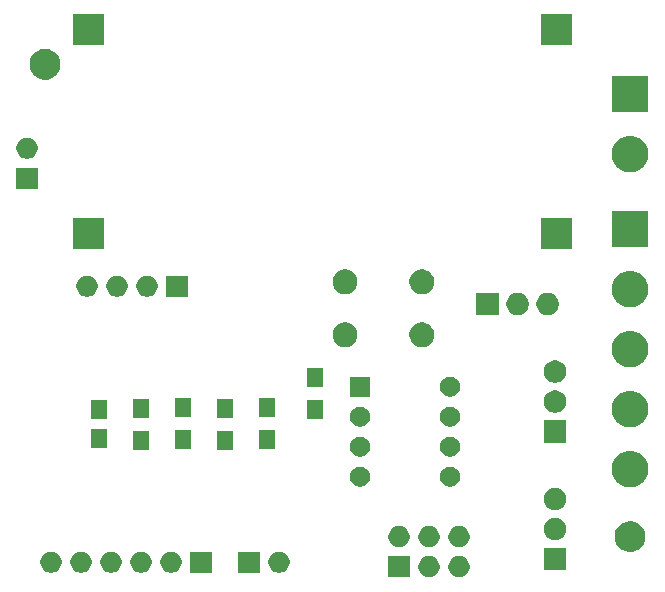
<source format=gbs>
G04 #@! TF.GenerationSoftware,KiCad,Pcbnew,(5.1.5)-3*
G04 #@! TF.CreationDate,2020-04-09T15:05:06+03:00*
G04 #@! TF.ProjectId,DCDimmer,44434469-6d6d-4657-922e-6b696361645f,rev?*
G04 #@! TF.SameCoordinates,Original*
G04 #@! TF.FileFunction,Soldermask,Bot*
G04 #@! TF.FilePolarity,Negative*
%FSLAX46Y46*%
G04 Gerber Fmt 4.6, Leading zero omitted, Abs format (unit mm)*
G04 Created by KiCad (PCBNEW (5.1.5)-3) date 2020-04-09 15:05:06*
%MOMM*%
%LPD*%
G04 APERTURE LIST*
%ADD10C,0.100000*%
G04 APERTURE END LIST*
D10*
G36*
X137553000Y-119646000D02*
G01*
X135751000Y-119646000D01*
X135751000Y-117844000D01*
X137553000Y-117844000D01*
X137553000Y-119646000D01*
G37*
G36*
X139305512Y-117848927D02*
G01*
X139454812Y-117878624D01*
X139618784Y-117946544D01*
X139766354Y-118045147D01*
X139891853Y-118170646D01*
X139990456Y-118318216D01*
X140058376Y-118482188D01*
X140093000Y-118656259D01*
X140093000Y-118833741D01*
X140058376Y-119007812D01*
X139990456Y-119171784D01*
X139891853Y-119319354D01*
X139766354Y-119444853D01*
X139618784Y-119543456D01*
X139454812Y-119611376D01*
X139305512Y-119641073D01*
X139280742Y-119646000D01*
X139103258Y-119646000D01*
X139078488Y-119641073D01*
X138929188Y-119611376D01*
X138765216Y-119543456D01*
X138617646Y-119444853D01*
X138492147Y-119319354D01*
X138393544Y-119171784D01*
X138325624Y-119007812D01*
X138291000Y-118833741D01*
X138291000Y-118656259D01*
X138325624Y-118482188D01*
X138393544Y-118318216D01*
X138492147Y-118170646D01*
X138617646Y-118045147D01*
X138765216Y-117946544D01*
X138929188Y-117878624D01*
X139078488Y-117848927D01*
X139103258Y-117844000D01*
X139280742Y-117844000D01*
X139305512Y-117848927D01*
G37*
G36*
X141845512Y-117848927D02*
G01*
X141994812Y-117878624D01*
X142158784Y-117946544D01*
X142306354Y-118045147D01*
X142431853Y-118170646D01*
X142530456Y-118318216D01*
X142598376Y-118482188D01*
X142633000Y-118656259D01*
X142633000Y-118833741D01*
X142598376Y-119007812D01*
X142530456Y-119171784D01*
X142431853Y-119319354D01*
X142306354Y-119444853D01*
X142158784Y-119543456D01*
X141994812Y-119611376D01*
X141845512Y-119641073D01*
X141820742Y-119646000D01*
X141643258Y-119646000D01*
X141618488Y-119641073D01*
X141469188Y-119611376D01*
X141305216Y-119543456D01*
X141157646Y-119444853D01*
X141032147Y-119319354D01*
X140933544Y-119171784D01*
X140865624Y-119007812D01*
X140831000Y-118833741D01*
X140831000Y-118656259D01*
X140865624Y-118482188D01*
X140933544Y-118318216D01*
X141032147Y-118170646D01*
X141157646Y-118045147D01*
X141305216Y-117946544D01*
X141469188Y-117878624D01*
X141618488Y-117848927D01*
X141643258Y-117844000D01*
X141820742Y-117844000D01*
X141845512Y-117848927D01*
G37*
G36*
X126605512Y-117467927D02*
G01*
X126754812Y-117497624D01*
X126918784Y-117565544D01*
X127066354Y-117664147D01*
X127191853Y-117789646D01*
X127290456Y-117937216D01*
X127358376Y-118101188D01*
X127393000Y-118275259D01*
X127393000Y-118452741D01*
X127358376Y-118626812D01*
X127290456Y-118790784D01*
X127191853Y-118938354D01*
X127066354Y-119063853D01*
X126918784Y-119162456D01*
X126754812Y-119230376D01*
X126605512Y-119260073D01*
X126580742Y-119265000D01*
X126403258Y-119265000D01*
X126378488Y-119260073D01*
X126229188Y-119230376D01*
X126065216Y-119162456D01*
X125917646Y-119063853D01*
X125792147Y-118938354D01*
X125693544Y-118790784D01*
X125625624Y-118626812D01*
X125591000Y-118452741D01*
X125591000Y-118275259D01*
X125625624Y-118101188D01*
X125693544Y-117937216D01*
X125792147Y-117789646D01*
X125917646Y-117664147D01*
X126065216Y-117565544D01*
X126229188Y-117497624D01*
X126378488Y-117467927D01*
X126403258Y-117463000D01*
X126580742Y-117463000D01*
X126605512Y-117467927D01*
G37*
G36*
X124853000Y-119265000D02*
G01*
X123051000Y-119265000D01*
X123051000Y-117463000D01*
X124853000Y-117463000D01*
X124853000Y-119265000D01*
G37*
G36*
X107301512Y-117467927D02*
G01*
X107450812Y-117497624D01*
X107614784Y-117565544D01*
X107762354Y-117664147D01*
X107887853Y-117789646D01*
X107986456Y-117937216D01*
X108054376Y-118101188D01*
X108089000Y-118275259D01*
X108089000Y-118452741D01*
X108054376Y-118626812D01*
X107986456Y-118790784D01*
X107887853Y-118938354D01*
X107762354Y-119063853D01*
X107614784Y-119162456D01*
X107450812Y-119230376D01*
X107301512Y-119260073D01*
X107276742Y-119265000D01*
X107099258Y-119265000D01*
X107074488Y-119260073D01*
X106925188Y-119230376D01*
X106761216Y-119162456D01*
X106613646Y-119063853D01*
X106488147Y-118938354D01*
X106389544Y-118790784D01*
X106321624Y-118626812D01*
X106287000Y-118452741D01*
X106287000Y-118275259D01*
X106321624Y-118101188D01*
X106389544Y-117937216D01*
X106488147Y-117789646D01*
X106613646Y-117664147D01*
X106761216Y-117565544D01*
X106925188Y-117497624D01*
X107074488Y-117467927D01*
X107099258Y-117463000D01*
X107276742Y-117463000D01*
X107301512Y-117467927D01*
G37*
G36*
X109841512Y-117467927D02*
G01*
X109990812Y-117497624D01*
X110154784Y-117565544D01*
X110302354Y-117664147D01*
X110427853Y-117789646D01*
X110526456Y-117937216D01*
X110594376Y-118101188D01*
X110629000Y-118275259D01*
X110629000Y-118452741D01*
X110594376Y-118626812D01*
X110526456Y-118790784D01*
X110427853Y-118938354D01*
X110302354Y-119063853D01*
X110154784Y-119162456D01*
X109990812Y-119230376D01*
X109841512Y-119260073D01*
X109816742Y-119265000D01*
X109639258Y-119265000D01*
X109614488Y-119260073D01*
X109465188Y-119230376D01*
X109301216Y-119162456D01*
X109153646Y-119063853D01*
X109028147Y-118938354D01*
X108929544Y-118790784D01*
X108861624Y-118626812D01*
X108827000Y-118452741D01*
X108827000Y-118275259D01*
X108861624Y-118101188D01*
X108929544Y-117937216D01*
X109028147Y-117789646D01*
X109153646Y-117664147D01*
X109301216Y-117565544D01*
X109465188Y-117497624D01*
X109614488Y-117467927D01*
X109639258Y-117463000D01*
X109816742Y-117463000D01*
X109841512Y-117467927D01*
G37*
G36*
X112381512Y-117467927D02*
G01*
X112530812Y-117497624D01*
X112694784Y-117565544D01*
X112842354Y-117664147D01*
X112967853Y-117789646D01*
X113066456Y-117937216D01*
X113134376Y-118101188D01*
X113169000Y-118275259D01*
X113169000Y-118452741D01*
X113134376Y-118626812D01*
X113066456Y-118790784D01*
X112967853Y-118938354D01*
X112842354Y-119063853D01*
X112694784Y-119162456D01*
X112530812Y-119230376D01*
X112381512Y-119260073D01*
X112356742Y-119265000D01*
X112179258Y-119265000D01*
X112154488Y-119260073D01*
X112005188Y-119230376D01*
X111841216Y-119162456D01*
X111693646Y-119063853D01*
X111568147Y-118938354D01*
X111469544Y-118790784D01*
X111401624Y-118626812D01*
X111367000Y-118452741D01*
X111367000Y-118275259D01*
X111401624Y-118101188D01*
X111469544Y-117937216D01*
X111568147Y-117789646D01*
X111693646Y-117664147D01*
X111841216Y-117565544D01*
X112005188Y-117497624D01*
X112154488Y-117467927D01*
X112179258Y-117463000D01*
X112356742Y-117463000D01*
X112381512Y-117467927D01*
G37*
G36*
X114921512Y-117467927D02*
G01*
X115070812Y-117497624D01*
X115234784Y-117565544D01*
X115382354Y-117664147D01*
X115507853Y-117789646D01*
X115606456Y-117937216D01*
X115674376Y-118101188D01*
X115709000Y-118275259D01*
X115709000Y-118452741D01*
X115674376Y-118626812D01*
X115606456Y-118790784D01*
X115507853Y-118938354D01*
X115382354Y-119063853D01*
X115234784Y-119162456D01*
X115070812Y-119230376D01*
X114921512Y-119260073D01*
X114896742Y-119265000D01*
X114719258Y-119265000D01*
X114694488Y-119260073D01*
X114545188Y-119230376D01*
X114381216Y-119162456D01*
X114233646Y-119063853D01*
X114108147Y-118938354D01*
X114009544Y-118790784D01*
X113941624Y-118626812D01*
X113907000Y-118452741D01*
X113907000Y-118275259D01*
X113941624Y-118101188D01*
X114009544Y-117937216D01*
X114108147Y-117789646D01*
X114233646Y-117664147D01*
X114381216Y-117565544D01*
X114545188Y-117497624D01*
X114694488Y-117467927D01*
X114719258Y-117463000D01*
X114896742Y-117463000D01*
X114921512Y-117467927D01*
G37*
G36*
X117461512Y-117467927D02*
G01*
X117610812Y-117497624D01*
X117774784Y-117565544D01*
X117922354Y-117664147D01*
X118047853Y-117789646D01*
X118146456Y-117937216D01*
X118214376Y-118101188D01*
X118249000Y-118275259D01*
X118249000Y-118452741D01*
X118214376Y-118626812D01*
X118146456Y-118790784D01*
X118047853Y-118938354D01*
X117922354Y-119063853D01*
X117774784Y-119162456D01*
X117610812Y-119230376D01*
X117461512Y-119260073D01*
X117436742Y-119265000D01*
X117259258Y-119265000D01*
X117234488Y-119260073D01*
X117085188Y-119230376D01*
X116921216Y-119162456D01*
X116773646Y-119063853D01*
X116648147Y-118938354D01*
X116549544Y-118790784D01*
X116481624Y-118626812D01*
X116447000Y-118452741D01*
X116447000Y-118275259D01*
X116481624Y-118101188D01*
X116549544Y-117937216D01*
X116648147Y-117789646D01*
X116773646Y-117664147D01*
X116921216Y-117565544D01*
X117085188Y-117497624D01*
X117234488Y-117467927D01*
X117259258Y-117463000D01*
X117436742Y-117463000D01*
X117461512Y-117467927D01*
G37*
G36*
X120789000Y-119265000D02*
G01*
X118987000Y-119265000D01*
X118987000Y-117463000D01*
X120789000Y-117463000D01*
X120789000Y-119265000D01*
G37*
G36*
X150811000Y-119061000D02*
G01*
X148909000Y-119061000D01*
X148909000Y-117159000D01*
X150811000Y-117159000D01*
X150811000Y-119061000D01*
G37*
G36*
X156589487Y-114953996D02*
G01*
X156826253Y-115052068D01*
X156826255Y-115052069D01*
X157039339Y-115194447D01*
X157220553Y-115375661D01*
X157307073Y-115505147D01*
X157362932Y-115588747D01*
X157461004Y-115825513D01*
X157511000Y-116076861D01*
X157511000Y-116333139D01*
X157461004Y-116584487D01*
X157380287Y-116779354D01*
X157362931Y-116821255D01*
X157220553Y-117034339D01*
X157039339Y-117215553D01*
X156826255Y-117357931D01*
X156826254Y-117357932D01*
X156826253Y-117357932D01*
X156589487Y-117456004D01*
X156338139Y-117506000D01*
X156081861Y-117506000D01*
X155830513Y-117456004D01*
X155593747Y-117357932D01*
X155593746Y-117357932D01*
X155593745Y-117357931D01*
X155380661Y-117215553D01*
X155199447Y-117034339D01*
X155057069Y-116821255D01*
X155039713Y-116779354D01*
X154958996Y-116584487D01*
X154909000Y-116333139D01*
X154909000Y-116076861D01*
X154958996Y-115825513D01*
X155057068Y-115588747D01*
X155112928Y-115505147D01*
X155199447Y-115375661D01*
X155380661Y-115194447D01*
X155593745Y-115052069D01*
X155593747Y-115052068D01*
X155830513Y-114953996D01*
X156081861Y-114904000D01*
X156338139Y-114904000D01*
X156589487Y-114953996D01*
G37*
G36*
X136765512Y-115308927D02*
G01*
X136914812Y-115338624D01*
X137078784Y-115406544D01*
X137226354Y-115505147D01*
X137351853Y-115630646D01*
X137450456Y-115778216D01*
X137518376Y-115942188D01*
X137553000Y-116116259D01*
X137553000Y-116293741D01*
X137518376Y-116467812D01*
X137450456Y-116631784D01*
X137351853Y-116779354D01*
X137226354Y-116904853D01*
X137078784Y-117003456D01*
X136914812Y-117071376D01*
X136765512Y-117101073D01*
X136740742Y-117106000D01*
X136563258Y-117106000D01*
X136538488Y-117101073D01*
X136389188Y-117071376D01*
X136225216Y-117003456D01*
X136077646Y-116904853D01*
X135952147Y-116779354D01*
X135853544Y-116631784D01*
X135785624Y-116467812D01*
X135751000Y-116293741D01*
X135751000Y-116116259D01*
X135785624Y-115942188D01*
X135853544Y-115778216D01*
X135952147Y-115630646D01*
X136077646Y-115505147D01*
X136225216Y-115406544D01*
X136389188Y-115338624D01*
X136538488Y-115308927D01*
X136563258Y-115304000D01*
X136740742Y-115304000D01*
X136765512Y-115308927D01*
G37*
G36*
X139305512Y-115308927D02*
G01*
X139454812Y-115338624D01*
X139618784Y-115406544D01*
X139766354Y-115505147D01*
X139891853Y-115630646D01*
X139990456Y-115778216D01*
X140058376Y-115942188D01*
X140093000Y-116116259D01*
X140093000Y-116293741D01*
X140058376Y-116467812D01*
X139990456Y-116631784D01*
X139891853Y-116779354D01*
X139766354Y-116904853D01*
X139618784Y-117003456D01*
X139454812Y-117071376D01*
X139305512Y-117101073D01*
X139280742Y-117106000D01*
X139103258Y-117106000D01*
X139078488Y-117101073D01*
X138929188Y-117071376D01*
X138765216Y-117003456D01*
X138617646Y-116904853D01*
X138492147Y-116779354D01*
X138393544Y-116631784D01*
X138325624Y-116467812D01*
X138291000Y-116293741D01*
X138291000Y-116116259D01*
X138325624Y-115942188D01*
X138393544Y-115778216D01*
X138492147Y-115630646D01*
X138617646Y-115505147D01*
X138765216Y-115406544D01*
X138929188Y-115338624D01*
X139078488Y-115308927D01*
X139103258Y-115304000D01*
X139280742Y-115304000D01*
X139305512Y-115308927D01*
G37*
G36*
X141845512Y-115308927D02*
G01*
X141994812Y-115338624D01*
X142158784Y-115406544D01*
X142306354Y-115505147D01*
X142431853Y-115630646D01*
X142530456Y-115778216D01*
X142598376Y-115942188D01*
X142633000Y-116116259D01*
X142633000Y-116293741D01*
X142598376Y-116467812D01*
X142530456Y-116631784D01*
X142431853Y-116779354D01*
X142306354Y-116904853D01*
X142158784Y-117003456D01*
X141994812Y-117071376D01*
X141845512Y-117101073D01*
X141820742Y-117106000D01*
X141643258Y-117106000D01*
X141618488Y-117101073D01*
X141469188Y-117071376D01*
X141305216Y-117003456D01*
X141157646Y-116904853D01*
X141032147Y-116779354D01*
X140933544Y-116631784D01*
X140865624Y-116467812D01*
X140831000Y-116293741D01*
X140831000Y-116116259D01*
X140865624Y-115942188D01*
X140933544Y-115778216D01*
X141032147Y-115630646D01*
X141157646Y-115505147D01*
X141305216Y-115406544D01*
X141469188Y-115338624D01*
X141618488Y-115308927D01*
X141643258Y-115304000D01*
X141820742Y-115304000D01*
X141845512Y-115308927D01*
G37*
G36*
X150137395Y-114655546D02*
G01*
X150310466Y-114727234D01*
X150310467Y-114727235D01*
X150466227Y-114831310D01*
X150598690Y-114963773D01*
X150598691Y-114963775D01*
X150702766Y-115119534D01*
X150774454Y-115292605D01*
X150811000Y-115476333D01*
X150811000Y-115663667D01*
X150774454Y-115847395D01*
X150702766Y-116020466D01*
X150702765Y-116020467D01*
X150598690Y-116176227D01*
X150466227Y-116308690D01*
X150429639Y-116333137D01*
X150310466Y-116412766D01*
X150137395Y-116484454D01*
X149953667Y-116521000D01*
X149766333Y-116521000D01*
X149582605Y-116484454D01*
X149409534Y-116412766D01*
X149290361Y-116333137D01*
X149253773Y-116308690D01*
X149121310Y-116176227D01*
X149017235Y-116020467D01*
X149017234Y-116020466D01*
X148945546Y-115847395D01*
X148909000Y-115663667D01*
X148909000Y-115476333D01*
X148945546Y-115292605D01*
X149017234Y-115119534D01*
X149121309Y-114963775D01*
X149121310Y-114963773D01*
X149253773Y-114831310D01*
X149409533Y-114727235D01*
X149409534Y-114727234D01*
X149582605Y-114655546D01*
X149766333Y-114619000D01*
X149953667Y-114619000D01*
X150137395Y-114655546D01*
G37*
G36*
X150137395Y-112115546D02*
G01*
X150310466Y-112187234D01*
X150310467Y-112187235D01*
X150466227Y-112291310D01*
X150598690Y-112423773D01*
X150598691Y-112423775D01*
X150702766Y-112579534D01*
X150774454Y-112752605D01*
X150811000Y-112936333D01*
X150811000Y-113123667D01*
X150774454Y-113307395D01*
X150702766Y-113480466D01*
X150702765Y-113480467D01*
X150598690Y-113636227D01*
X150466227Y-113768690D01*
X150387818Y-113821081D01*
X150310466Y-113872766D01*
X150137395Y-113944454D01*
X149953667Y-113981000D01*
X149766333Y-113981000D01*
X149582605Y-113944454D01*
X149409534Y-113872766D01*
X149332182Y-113821081D01*
X149253773Y-113768690D01*
X149121310Y-113636227D01*
X149017235Y-113480467D01*
X149017234Y-113480466D01*
X148945546Y-113307395D01*
X148909000Y-113123667D01*
X148909000Y-112936333D01*
X148945546Y-112752605D01*
X149017234Y-112579534D01*
X149121309Y-112423775D01*
X149121310Y-112423773D01*
X149253773Y-112291310D01*
X149409533Y-112187235D01*
X149409534Y-112187234D01*
X149582605Y-112115546D01*
X149766333Y-112079000D01*
X149953667Y-112079000D01*
X150137395Y-112115546D01*
G37*
G36*
X156512585Y-108968802D02*
G01*
X156662410Y-108998604D01*
X156944674Y-109115521D01*
X157198705Y-109285259D01*
X157414741Y-109501295D01*
X157584479Y-109755326D01*
X157701396Y-110037590D01*
X157761000Y-110337240D01*
X157761000Y-110642760D01*
X157701396Y-110942410D01*
X157584479Y-111224674D01*
X157414741Y-111478705D01*
X157198705Y-111694741D01*
X156944674Y-111864479D01*
X156662410Y-111981396D01*
X156512585Y-112011198D01*
X156362761Y-112041000D01*
X156057239Y-112041000D01*
X155907415Y-112011198D01*
X155757590Y-111981396D01*
X155475326Y-111864479D01*
X155221295Y-111694741D01*
X155005259Y-111478705D01*
X154835521Y-111224674D01*
X154718604Y-110942410D01*
X154659000Y-110642760D01*
X154659000Y-110337240D01*
X154718604Y-110037590D01*
X154835521Y-109755326D01*
X155005259Y-109501295D01*
X155221295Y-109285259D01*
X155475326Y-109115521D01*
X155757590Y-108998604D01*
X155907415Y-108968802D01*
X156057239Y-108939000D01*
X156362761Y-108939000D01*
X156512585Y-108968802D01*
G37*
G36*
X133598228Y-110306703D02*
G01*
X133753100Y-110370853D01*
X133892481Y-110463985D01*
X134011015Y-110582519D01*
X134104147Y-110721900D01*
X134168297Y-110876772D01*
X134201000Y-111041184D01*
X134201000Y-111208816D01*
X134168297Y-111373228D01*
X134104147Y-111528100D01*
X134011015Y-111667481D01*
X133892481Y-111786015D01*
X133753100Y-111879147D01*
X133598228Y-111943297D01*
X133433816Y-111976000D01*
X133266184Y-111976000D01*
X133101772Y-111943297D01*
X132946900Y-111879147D01*
X132807519Y-111786015D01*
X132688985Y-111667481D01*
X132595853Y-111528100D01*
X132531703Y-111373228D01*
X132499000Y-111208816D01*
X132499000Y-111041184D01*
X132531703Y-110876772D01*
X132595853Y-110721900D01*
X132688985Y-110582519D01*
X132807519Y-110463985D01*
X132946900Y-110370853D01*
X133101772Y-110306703D01*
X133266184Y-110274000D01*
X133433816Y-110274000D01*
X133598228Y-110306703D01*
G37*
G36*
X141218228Y-110306703D02*
G01*
X141373100Y-110370853D01*
X141512481Y-110463985D01*
X141631015Y-110582519D01*
X141724147Y-110721900D01*
X141788297Y-110876772D01*
X141821000Y-111041184D01*
X141821000Y-111208816D01*
X141788297Y-111373228D01*
X141724147Y-111528100D01*
X141631015Y-111667481D01*
X141512481Y-111786015D01*
X141373100Y-111879147D01*
X141218228Y-111943297D01*
X141053816Y-111976000D01*
X140886184Y-111976000D01*
X140721772Y-111943297D01*
X140566900Y-111879147D01*
X140427519Y-111786015D01*
X140308985Y-111667481D01*
X140215853Y-111528100D01*
X140151703Y-111373228D01*
X140119000Y-111208816D01*
X140119000Y-111041184D01*
X140151703Y-110876772D01*
X140215853Y-110721900D01*
X140308985Y-110582519D01*
X140427519Y-110463985D01*
X140566900Y-110370853D01*
X140721772Y-110306703D01*
X140886184Y-110274000D01*
X141053816Y-110274000D01*
X141218228Y-110306703D01*
G37*
G36*
X133598228Y-107766703D02*
G01*
X133753100Y-107830853D01*
X133892481Y-107923985D01*
X134011015Y-108042519D01*
X134104147Y-108181900D01*
X134168297Y-108336772D01*
X134201000Y-108501184D01*
X134201000Y-108668816D01*
X134168297Y-108833228D01*
X134104147Y-108988100D01*
X134011015Y-109127481D01*
X133892481Y-109246015D01*
X133753100Y-109339147D01*
X133598228Y-109403297D01*
X133433816Y-109436000D01*
X133266184Y-109436000D01*
X133101772Y-109403297D01*
X132946900Y-109339147D01*
X132807519Y-109246015D01*
X132688985Y-109127481D01*
X132595853Y-108988100D01*
X132531703Y-108833228D01*
X132499000Y-108668816D01*
X132499000Y-108501184D01*
X132531703Y-108336772D01*
X132595853Y-108181900D01*
X132688985Y-108042519D01*
X132807519Y-107923985D01*
X132946900Y-107830853D01*
X133101772Y-107766703D01*
X133266184Y-107734000D01*
X133433816Y-107734000D01*
X133598228Y-107766703D01*
G37*
G36*
X141218228Y-107766703D02*
G01*
X141373100Y-107830853D01*
X141512481Y-107923985D01*
X141631015Y-108042519D01*
X141724147Y-108181900D01*
X141788297Y-108336772D01*
X141821000Y-108501184D01*
X141821000Y-108668816D01*
X141788297Y-108833228D01*
X141724147Y-108988100D01*
X141631015Y-109127481D01*
X141512481Y-109246015D01*
X141373100Y-109339147D01*
X141218228Y-109403297D01*
X141053816Y-109436000D01*
X140886184Y-109436000D01*
X140721772Y-109403297D01*
X140566900Y-109339147D01*
X140427519Y-109246015D01*
X140308985Y-109127481D01*
X140215853Y-108988100D01*
X140151703Y-108833228D01*
X140119000Y-108668816D01*
X140119000Y-108501184D01*
X140151703Y-108336772D01*
X140215853Y-108181900D01*
X140308985Y-108042519D01*
X140427519Y-107923985D01*
X140566900Y-107830853D01*
X140721772Y-107766703D01*
X140886184Y-107734000D01*
X141053816Y-107734000D01*
X141218228Y-107766703D01*
G37*
G36*
X122621000Y-108831000D02*
G01*
X121219000Y-108831000D01*
X121219000Y-107229000D01*
X122621000Y-107229000D01*
X122621000Y-108831000D01*
G37*
G36*
X115509000Y-108831000D02*
G01*
X114107000Y-108831000D01*
X114107000Y-107229000D01*
X115509000Y-107229000D01*
X115509000Y-108831000D01*
G37*
G36*
X126177000Y-108751000D02*
G01*
X124775000Y-108751000D01*
X124775000Y-107149000D01*
X126177000Y-107149000D01*
X126177000Y-108751000D01*
G37*
G36*
X119065000Y-108751000D02*
G01*
X117663000Y-108751000D01*
X117663000Y-107149000D01*
X119065000Y-107149000D01*
X119065000Y-108751000D01*
G37*
G36*
X111928000Y-108711000D02*
G01*
X110576000Y-108711000D01*
X110576000Y-107109000D01*
X111928000Y-107109000D01*
X111928000Y-108711000D01*
G37*
G36*
X150811000Y-108266000D02*
G01*
X148909000Y-108266000D01*
X148909000Y-106364000D01*
X150811000Y-106364000D01*
X150811000Y-108266000D01*
G37*
G36*
X156512585Y-103888802D02*
G01*
X156662410Y-103918604D01*
X156944674Y-104035521D01*
X157198705Y-104205259D01*
X157414741Y-104421295D01*
X157584479Y-104675326D01*
X157701396Y-104957590D01*
X157761000Y-105257240D01*
X157761000Y-105562760D01*
X157701396Y-105862410D01*
X157584479Y-106144674D01*
X157414741Y-106398705D01*
X157198705Y-106614741D01*
X156944674Y-106784479D01*
X156662410Y-106901396D01*
X156512585Y-106931198D01*
X156362761Y-106961000D01*
X156057239Y-106961000D01*
X155907415Y-106931198D01*
X155757590Y-106901396D01*
X155475326Y-106784479D01*
X155221295Y-106614741D01*
X155005259Y-106398705D01*
X154835521Y-106144674D01*
X154718604Y-105862410D01*
X154659000Y-105562760D01*
X154659000Y-105257240D01*
X154718604Y-104957590D01*
X154835521Y-104675326D01*
X155005259Y-104421295D01*
X155221295Y-104205259D01*
X155475326Y-104035521D01*
X155757590Y-103918604D01*
X155907415Y-103888802D01*
X156057239Y-103859000D01*
X156362761Y-103859000D01*
X156512585Y-103888802D01*
G37*
G36*
X141218228Y-105226703D02*
G01*
X141373100Y-105290853D01*
X141512481Y-105383985D01*
X141631015Y-105502519D01*
X141724147Y-105641900D01*
X141788297Y-105796772D01*
X141821000Y-105961184D01*
X141821000Y-106128816D01*
X141788297Y-106293228D01*
X141724147Y-106448100D01*
X141631015Y-106587481D01*
X141512481Y-106706015D01*
X141373100Y-106799147D01*
X141218228Y-106863297D01*
X141053816Y-106896000D01*
X140886184Y-106896000D01*
X140721772Y-106863297D01*
X140566900Y-106799147D01*
X140427519Y-106706015D01*
X140308985Y-106587481D01*
X140215853Y-106448100D01*
X140151703Y-106293228D01*
X140119000Y-106128816D01*
X140119000Y-105961184D01*
X140151703Y-105796772D01*
X140215853Y-105641900D01*
X140308985Y-105502519D01*
X140427519Y-105383985D01*
X140566900Y-105290853D01*
X140721772Y-105226703D01*
X140886184Y-105194000D01*
X141053816Y-105194000D01*
X141218228Y-105226703D01*
G37*
G36*
X133598228Y-105226703D02*
G01*
X133753100Y-105290853D01*
X133892481Y-105383985D01*
X134011015Y-105502519D01*
X134104147Y-105641900D01*
X134168297Y-105796772D01*
X134201000Y-105961184D01*
X134201000Y-106128816D01*
X134168297Y-106293228D01*
X134104147Y-106448100D01*
X134011015Y-106587481D01*
X133892481Y-106706015D01*
X133753100Y-106799147D01*
X133598228Y-106863297D01*
X133433816Y-106896000D01*
X133266184Y-106896000D01*
X133101772Y-106863297D01*
X132946900Y-106799147D01*
X132807519Y-106706015D01*
X132688985Y-106587481D01*
X132595853Y-106448100D01*
X132531703Y-106293228D01*
X132499000Y-106128816D01*
X132499000Y-105961184D01*
X132531703Y-105796772D01*
X132595853Y-105641900D01*
X132688985Y-105502519D01*
X132807519Y-105383985D01*
X132946900Y-105290853D01*
X133101772Y-105226703D01*
X133266184Y-105194000D01*
X133433816Y-105194000D01*
X133598228Y-105226703D01*
G37*
G36*
X130241000Y-106211000D02*
G01*
X128839000Y-106211000D01*
X128839000Y-104609000D01*
X130241000Y-104609000D01*
X130241000Y-106211000D01*
G37*
G36*
X111928000Y-106211000D02*
G01*
X110576000Y-106211000D01*
X110576000Y-104609000D01*
X111928000Y-104609000D01*
X111928000Y-106211000D01*
G37*
G36*
X115509000Y-106131000D02*
G01*
X114107000Y-106131000D01*
X114107000Y-104529000D01*
X115509000Y-104529000D01*
X115509000Y-106131000D01*
G37*
G36*
X122621000Y-106131000D02*
G01*
X121219000Y-106131000D01*
X121219000Y-104529000D01*
X122621000Y-104529000D01*
X122621000Y-106131000D01*
G37*
G36*
X119065000Y-106051000D02*
G01*
X117663000Y-106051000D01*
X117663000Y-104449000D01*
X119065000Y-104449000D01*
X119065000Y-106051000D01*
G37*
G36*
X126177000Y-106051000D02*
G01*
X124775000Y-106051000D01*
X124775000Y-104449000D01*
X126177000Y-104449000D01*
X126177000Y-106051000D01*
G37*
G36*
X150137395Y-103860546D02*
G01*
X150310466Y-103932234D01*
X150310467Y-103932235D01*
X150466227Y-104036310D01*
X150598690Y-104168773D01*
X150598691Y-104168775D01*
X150702766Y-104324534D01*
X150774454Y-104497605D01*
X150811000Y-104681333D01*
X150811000Y-104868667D01*
X150774454Y-105052395D01*
X150702766Y-105225466D01*
X150702765Y-105225467D01*
X150598690Y-105381227D01*
X150466227Y-105513690D01*
X150392788Y-105562760D01*
X150310466Y-105617766D01*
X150137395Y-105689454D01*
X149953667Y-105726000D01*
X149766333Y-105726000D01*
X149582605Y-105689454D01*
X149409534Y-105617766D01*
X149327212Y-105562760D01*
X149253773Y-105513690D01*
X149121310Y-105381227D01*
X149017235Y-105225467D01*
X149017234Y-105225466D01*
X148945546Y-105052395D01*
X148909000Y-104868667D01*
X148909000Y-104681333D01*
X148945546Y-104497605D01*
X149017234Y-104324534D01*
X149121309Y-104168775D01*
X149121310Y-104168773D01*
X149253773Y-104036310D01*
X149409533Y-103932235D01*
X149409534Y-103932234D01*
X149582605Y-103860546D01*
X149766333Y-103824000D01*
X149953667Y-103824000D01*
X150137395Y-103860546D01*
G37*
G36*
X134201000Y-104356000D02*
G01*
X132499000Y-104356000D01*
X132499000Y-102654000D01*
X134201000Y-102654000D01*
X134201000Y-104356000D01*
G37*
G36*
X141218228Y-102686703D02*
G01*
X141373100Y-102750853D01*
X141512481Y-102843985D01*
X141631015Y-102962519D01*
X141724147Y-103101900D01*
X141788297Y-103256772D01*
X141821000Y-103421184D01*
X141821000Y-103588816D01*
X141788297Y-103753228D01*
X141724147Y-103908100D01*
X141631015Y-104047481D01*
X141512481Y-104166015D01*
X141373100Y-104259147D01*
X141218228Y-104323297D01*
X141053816Y-104356000D01*
X140886184Y-104356000D01*
X140721772Y-104323297D01*
X140566900Y-104259147D01*
X140427519Y-104166015D01*
X140308985Y-104047481D01*
X140215853Y-103908100D01*
X140151703Y-103753228D01*
X140119000Y-103588816D01*
X140119000Y-103421184D01*
X140151703Y-103256772D01*
X140215853Y-103101900D01*
X140308985Y-102962519D01*
X140427519Y-102843985D01*
X140566900Y-102750853D01*
X140721772Y-102686703D01*
X140886184Y-102654000D01*
X141053816Y-102654000D01*
X141218228Y-102686703D01*
G37*
G36*
X130241000Y-103511000D02*
G01*
X128839000Y-103511000D01*
X128839000Y-101909000D01*
X130241000Y-101909000D01*
X130241000Y-103511000D01*
G37*
G36*
X150137395Y-101320546D02*
G01*
X150310466Y-101392234D01*
X150310467Y-101392235D01*
X150466227Y-101496310D01*
X150598690Y-101628773D01*
X150598691Y-101628775D01*
X150702766Y-101784534D01*
X150774454Y-101957605D01*
X150811000Y-102141333D01*
X150811000Y-102328667D01*
X150774454Y-102512395D01*
X150702766Y-102685466D01*
X150702765Y-102685467D01*
X150598690Y-102841227D01*
X150466227Y-102973690D01*
X150387818Y-103026081D01*
X150310466Y-103077766D01*
X150137395Y-103149454D01*
X149953667Y-103186000D01*
X149766333Y-103186000D01*
X149582605Y-103149454D01*
X149409534Y-103077766D01*
X149332182Y-103026081D01*
X149253773Y-102973690D01*
X149121310Y-102841227D01*
X149017235Y-102685467D01*
X149017234Y-102685466D01*
X148945546Y-102512395D01*
X148909000Y-102328667D01*
X148909000Y-102141333D01*
X148945546Y-101957605D01*
X149017234Y-101784534D01*
X149121309Y-101628775D01*
X149121310Y-101628773D01*
X149253773Y-101496310D01*
X149409533Y-101392235D01*
X149409534Y-101392234D01*
X149582605Y-101320546D01*
X149766333Y-101284000D01*
X149953667Y-101284000D01*
X150137395Y-101320546D01*
G37*
G36*
X156510740Y-98808435D02*
G01*
X156662410Y-98838604D01*
X156944674Y-98955521D01*
X157198705Y-99125259D01*
X157414741Y-99341295D01*
X157584479Y-99595326D01*
X157701396Y-99877590D01*
X157761000Y-100177240D01*
X157761000Y-100482760D01*
X157701396Y-100782410D01*
X157584479Y-101064674D01*
X157414741Y-101318705D01*
X157198705Y-101534741D01*
X156944674Y-101704479D01*
X156662410Y-101821396D01*
X156512585Y-101851198D01*
X156362761Y-101881000D01*
X156057239Y-101881000D01*
X155907415Y-101851198D01*
X155757590Y-101821396D01*
X155475326Y-101704479D01*
X155221295Y-101534741D01*
X155005259Y-101318705D01*
X154835521Y-101064674D01*
X154718604Y-100782410D01*
X154659000Y-100482760D01*
X154659000Y-100177240D01*
X154718604Y-99877590D01*
X154835521Y-99595326D01*
X155005259Y-99341295D01*
X155221295Y-99125259D01*
X155475326Y-98955521D01*
X155757590Y-98838604D01*
X155909260Y-98808435D01*
X156057239Y-98779000D01*
X156362761Y-98779000D01*
X156510740Y-98808435D01*
G37*
G36*
X132386564Y-98104389D02*
G01*
X132577833Y-98183615D01*
X132577835Y-98183616D01*
X132749973Y-98298635D01*
X132896365Y-98445027D01*
X133011385Y-98617167D01*
X133090611Y-98808436D01*
X133131000Y-99011484D01*
X133131000Y-99218516D01*
X133090611Y-99421564D01*
X133018636Y-99595328D01*
X133011384Y-99612835D01*
X132896365Y-99784973D01*
X132749973Y-99931365D01*
X132577835Y-100046384D01*
X132577834Y-100046385D01*
X132577833Y-100046385D01*
X132386564Y-100125611D01*
X132183516Y-100166000D01*
X131976484Y-100166000D01*
X131773436Y-100125611D01*
X131582167Y-100046385D01*
X131582166Y-100046385D01*
X131582165Y-100046384D01*
X131410027Y-99931365D01*
X131263635Y-99784973D01*
X131148616Y-99612835D01*
X131141364Y-99595328D01*
X131069389Y-99421564D01*
X131029000Y-99218516D01*
X131029000Y-99011484D01*
X131069389Y-98808436D01*
X131148615Y-98617167D01*
X131263635Y-98445027D01*
X131410027Y-98298635D01*
X131582165Y-98183616D01*
X131582167Y-98183615D01*
X131773436Y-98104389D01*
X131976484Y-98064000D01*
X132183516Y-98064000D01*
X132386564Y-98104389D01*
G37*
G36*
X138886564Y-98104389D02*
G01*
X139077833Y-98183615D01*
X139077835Y-98183616D01*
X139249973Y-98298635D01*
X139396365Y-98445027D01*
X139511385Y-98617167D01*
X139590611Y-98808436D01*
X139631000Y-99011484D01*
X139631000Y-99218516D01*
X139590611Y-99421564D01*
X139518636Y-99595328D01*
X139511384Y-99612835D01*
X139396365Y-99784973D01*
X139249973Y-99931365D01*
X139077835Y-100046384D01*
X139077834Y-100046385D01*
X139077833Y-100046385D01*
X138886564Y-100125611D01*
X138683516Y-100166000D01*
X138476484Y-100166000D01*
X138273436Y-100125611D01*
X138082167Y-100046385D01*
X138082166Y-100046385D01*
X138082165Y-100046384D01*
X137910027Y-99931365D01*
X137763635Y-99784973D01*
X137648616Y-99612835D01*
X137641364Y-99595328D01*
X137569389Y-99421564D01*
X137529000Y-99218516D01*
X137529000Y-99011484D01*
X137569389Y-98808436D01*
X137648615Y-98617167D01*
X137763635Y-98445027D01*
X137910027Y-98298635D01*
X138082165Y-98183616D01*
X138082167Y-98183615D01*
X138273436Y-98104389D01*
X138476484Y-98064000D01*
X138683516Y-98064000D01*
X138886564Y-98104389D01*
G37*
G36*
X145096000Y-97471000D02*
G01*
X143194000Y-97471000D01*
X143194000Y-95569000D01*
X145096000Y-95569000D01*
X145096000Y-97471000D01*
G37*
G36*
X146962395Y-95605546D02*
G01*
X147135466Y-95677234D01*
X147163331Y-95695853D01*
X147291227Y-95781310D01*
X147423690Y-95913773D01*
X147423691Y-95913775D01*
X147527766Y-96069534D01*
X147599454Y-96242605D01*
X147636000Y-96426333D01*
X147636000Y-96613667D01*
X147599454Y-96797395D01*
X147527766Y-96970466D01*
X147527765Y-96970467D01*
X147423690Y-97126227D01*
X147291227Y-97258690D01*
X147212818Y-97311081D01*
X147135466Y-97362766D01*
X146962395Y-97434454D01*
X146778667Y-97471000D01*
X146591333Y-97471000D01*
X146407605Y-97434454D01*
X146234534Y-97362766D01*
X146157182Y-97311081D01*
X146078773Y-97258690D01*
X145946310Y-97126227D01*
X145842235Y-96970467D01*
X145842234Y-96970466D01*
X145770546Y-96797395D01*
X145734000Y-96613667D01*
X145734000Y-96426333D01*
X145770546Y-96242605D01*
X145842234Y-96069534D01*
X145946309Y-95913775D01*
X145946310Y-95913773D01*
X146078773Y-95781310D01*
X146206669Y-95695853D01*
X146234534Y-95677234D01*
X146407605Y-95605546D01*
X146591333Y-95569000D01*
X146778667Y-95569000D01*
X146962395Y-95605546D01*
G37*
G36*
X149502395Y-95605546D02*
G01*
X149675466Y-95677234D01*
X149703331Y-95695853D01*
X149831227Y-95781310D01*
X149963690Y-95913773D01*
X149963691Y-95913775D01*
X150067766Y-96069534D01*
X150139454Y-96242605D01*
X150176000Y-96426333D01*
X150176000Y-96613667D01*
X150139454Y-96797395D01*
X150067766Y-96970466D01*
X150067765Y-96970467D01*
X149963690Y-97126227D01*
X149831227Y-97258690D01*
X149752818Y-97311081D01*
X149675466Y-97362766D01*
X149502395Y-97434454D01*
X149318667Y-97471000D01*
X149131333Y-97471000D01*
X148947605Y-97434454D01*
X148774534Y-97362766D01*
X148697182Y-97311081D01*
X148618773Y-97258690D01*
X148486310Y-97126227D01*
X148382235Y-96970467D01*
X148382234Y-96970466D01*
X148310546Y-96797395D01*
X148274000Y-96613667D01*
X148274000Y-96426333D01*
X148310546Y-96242605D01*
X148382234Y-96069534D01*
X148486309Y-95913775D01*
X148486310Y-95913773D01*
X148618773Y-95781310D01*
X148746669Y-95695853D01*
X148774534Y-95677234D01*
X148947605Y-95605546D01*
X149131333Y-95569000D01*
X149318667Y-95569000D01*
X149502395Y-95605546D01*
G37*
G36*
X156512585Y-93728802D02*
G01*
X156662410Y-93758604D01*
X156944674Y-93875521D01*
X157198705Y-94045259D01*
X157414741Y-94261295D01*
X157584479Y-94515326D01*
X157674720Y-94733189D01*
X157701396Y-94797591D01*
X157761000Y-95097239D01*
X157761000Y-95402761D01*
X157757017Y-95422784D01*
X157701396Y-95702410D01*
X157584479Y-95984674D01*
X157414741Y-96238705D01*
X157198705Y-96454741D01*
X156944674Y-96624479D01*
X156662410Y-96741396D01*
X156512585Y-96771198D01*
X156362761Y-96801000D01*
X156057239Y-96801000D01*
X155907415Y-96771198D01*
X155757590Y-96741396D01*
X155475326Y-96624479D01*
X155221295Y-96454741D01*
X155005259Y-96238705D01*
X154835521Y-95984674D01*
X154718604Y-95702410D01*
X154662983Y-95422784D01*
X154659000Y-95402761D01*
X154659000Y-95097239D01*
X154718604Y-94797591D01*
X154745280Y-94733189D01*
X154835521Y-94515326D01*
X155005259Y-94261295D01*
X155221295Y-94045259D01*
X155475326Y-93875521D01*
X155757590Y-93758604D01*
X155907415Y-93728802D01*
X156057239Y-93699000D01*
X156362761Y-93699000D01*
X156512585Y-93728802D01*
G37*
G36*
X118757000Y-95897000D02*
G01*
X116955000Y-95897000D01*
X116955000Y-94095000D01*
X118757000Y-94095000D01*
X118757000Y-95897000D01*
G37*
G36*
X115429512Y-94099927D02*
G01*
X115578812Y-94129624D01*
X115742784Y-94197544D01*
X115890354Y-94296147D01*
X116015853Y-94421646D01*
X116114456Y-94569216D01*
X116182376Y-94733188D01*
X116217000Y-94907259D01*
X116217000Y-95084741D01*
X116182376Y-95258812D01*
X116114456Y-95422784D01*
X116015853Y-95570354D01*
X115890354Y-95695853D01*
X115742784Y-95794456D01*
X115578812Y-95862376D01*
X115429512Y-95892073D01*
X115404742Y-95897000D01*
X115227258Y-95897000D01*
X115202488Y-95892073D01*
X115053188Y-95862376D01*
X114889216Y-95794456D01*
X114741646Y-95695853D01*
X114616147Y-95570354D01*
X114517544Y-95422784D01*
X114449624Y-95258812D01*
X114415000Y-95084741D01*
X114415000Y-94907259D01*
X114449624Y-94733188D01*
X114517544Y-94569216D01*
X114616147Y-94421646D01*
X114741646Y-94296147D01*
X114889216Y-94197544D01*
X115053188Y-94129624D01*
X115202488Y-94099927D01*
X115227258Y-94095000D01*
X115404742Y-94095000D01*
X115429512Y-94099927D01*
G37*
G36*
X112889512Y-94099927D02*
G01*
X113038812Y-94129624D01*
X113202784Y-94197544D01*
X113350354Y-94296147D01*
X113475853Y-94421646D01*
X113574456Y-94569216D01*
X113642376Y-94733188D01*
X113677000Y-94907259D01*
X113677000Y-95084741D01*
X113642376Y-95258812D01*
X113574456Y-95422784D01*
X113475853Y-95570354D01*
X113350354Y-95695853D01*
X113202784Y-95794456D01*
X113038812Y-95862376D01*
X112889512Y-95892073D01*
X112864742Y-95897000D01*
X112687258Y-95897000D01*
X112662488Y-95892073D01*
X112513188Y-95862376D01*
X112349216Y-95794456D01*
X112201646Y-95695853D01*
X112076147Y-95570354D01*
X111977544Y-95422784D01*
X111909624Y-95258812D01*
X111875000Y-95084741D01*
X111875000Y-94907259D01*
X111909624Y-94733188D01*
X111977544Y-94569216D01*
X112076147Y-94421646D01*
X112201646Y-94296147D01*
X112349216Y-94197544D01*
X112513188Y-94129624D01*
X112662488Y-94099927D01*
X112687258Y-94095000D01*
X112864742Y-94095000D01*
X112889512Y-94099927D01*
G37*
G36*
X110349512Y-94099927D02*
G01*
X110498812Y-94129624D01*
X110662784Y-94197544D01*
X110810354Y-94296147D01*
X110935853Y-94421646D01*
X111034456Y-94569216D01*
X111102376Y-94733188D01*
X111137000Y-94907259D01*
X111137000Y-95084741D01*
X111102376Y-95258812D01*
X111034456Y-95422784D01*
X110935853Y-95570354D01*
X110810354Y-95695853D01*
X110662784Y-95794456D01*
X110498812Y-95862376D01*
X110349512Y-95892073D01*
X110324742Y-95897000D01*
X110147258Y-95897000D01*
X110122488Y-95892073D01*
X109973188Y-95862376D01*
X109809216Y-95794456D01*
X109661646Y-95695853D01*
X109536147Y-95570354D01*
X109437544Y-95422784D01*
X109369624Y-95258812D01*
X109335000Y-95084741D01*
X109335000Y-94907259D01*
X109369624Y-94733188D01*
X109437544Y-94569216D01*
X109536147Y-94421646D01*
X109661646Y-94296147D01*
X109809216Y-94197544D01*
X109973188Y-94129624D01*
X110122488Y-94099927D01*
X110147258Y-94095000D01*
X110324742Y-94095000D01*
X110349512Y-94099927D01*
G37*
G36*
X138886564Y-93604389D02*
G01*
X139077833Y-93683615D01*
X139077835Y-93683616D01*
X139249973Y-93798635D01*
X139396365Y-93945027D01*
X139463339Y-94045260D01*
X139511385Y-94117167D01*
X139590611Y-94308436D01*
X139631000Y-94511484D01*
X139631000Y-94718516D01*
X139590611Y-94921564D01*
X139517844Y-95097239D01*
X139511384Y-95112835D01*
X139396365Y-95284973D01*
X139249973Y-95431365D01*
X139077835Y-95546384D01*
X139077834Y-95546385D01*
X139077833Y-95546385D01*
X138886564Y-95625611D01*
X138683516Y-95666000D01*
X138476484Y-95666000D01*
X138273436Y-95625611D01*
X138082167Y-95546385D01*
X138082166Y-95546385D01*
X138082165Y-95546384D01*
X137910027Y-95431365D01*
X137763635Y-95284973D01*
X137648616Y-95112835D01*
X137642156Y-95097239D01*
X137569389Y-94921564D01*
X137529000Y-94718516D01*
X137529000Y-94511484D01*
X137569389Y-94308436D01*
X137648615Y-94117167D01*
X137696662Y-94045260D01*
X137763635Y-93945027D01*
X137910027Y-93798635D01*
X138082165Y-93683616D01*
X138082167Y-93683615D01*
X138273436Y-93604389D01*
X138476484Y-93564000D01*
X138683516Y-93564000D01*
X138886564Y-93604389D01*
G37*
G36*
X132386564Y-93604389D02*
G01*
X132577833Y-93683615D01*
X132577835Y-93683616D01*
X132749973Y-93798635D01*
X132896365Y-93945027D01*
X132963339Y-94045260D01*
X133011385Y-94117167D01*
X133090611Y-94308436D01*
X133131000Y-94511484D01*
X133131000Y-94718516D01*
X133090611Y-94921564D01*
X133017844Y-95097239D01*
X133011384Y-95112835D01*
X132896365Y-95284973D01*
X132749973Y-95431365D01*
X132577835Y-95546384D01*
X132577834Y-95546385D01*
X132577833Y-95546385D01*
X132386564Y-95625611D01*
X132183516Y-95666000D01*
X131976484Y-95666000D01*
X131773436Y-95625611D01*
X131582167Y-95546385D01*
X131582166Y-95546385D01*
X131582165Y-95546384D01*
X131410027Y-95431365D01*
X131263635Y-95284973D01*
X131148616Y-95112835D01*
X131142156Y-95097239D01*
X131069389Y-94921564D01*
X131029000Y-94718516D01*
X131029000Y-94511484D01*
X131069389Y-94308436D01*
X131148615Y-94117167D01*
X131196662Y-94045260D01*
X131263635Y-93945027D01*
X131410027Y-93798635D01*
X131582165Y-93683616D01*
X131582167Y-93683615D01*
X131773436Y-93604389D01*
X131976484Y-93564000D01*
X132183516Y-93564000D01*
X132386564Y-93604389D01*
G37*
G36*
X151287680Y-91851680D02*
G01*
X148686320Y-91851680D01*
X148686320Y-89250320D01*
X151287680Y-89250320D01*
X151287680Y-91851680D01*
G37*
G36*
X111663680Y-91851680D02*
G01*
X109062320Y-91851680D01*
X109062320Y-89250320D01*
X111663680Y-89250320D01*
X111663680Y-91851680D01*
G37*
G36*
X157761000Y-91721000D02*
G01*
X154659000Y-91721000D01*
X154659000Y-88619000D01*
X157761000Y-88619000D01*
X157761000Y-91721000D01*
G37*
G36*
X106057000Y-86753000D02*
G01*
X104255000Y-86753000D01*
X104255000Y-84951000D01*
X106057000Y-84951000D01*
X106057000Y-86753000D01*
G37*
G36*
X156512585Y-82298802D02*
G01*
X156662410Y-82328604D01*
X156944674Y-82445521D01*
X157198705Y-82615259D01*
X157414741Y-82831295D01*
X157584479Y-83085326D01*
X157701396Y-83367590D01*
X157761000Y-83667240D01*
X157761000Y-83972760D01*
X157701396Y-84272410D01*
X157584479Y-84554674D01*
X157414741Y-84808705D01*
X157198705Y-85024741D01*
X156944674Y-85194479D01*
X156662410Y-85311396D01*
X156512585Y-85341198D01*
X156362761Y-85371000D01*
X156057239Y-85371000D01*
X155907415Y-85341198D01*
X155757590Y-85311396D01*
X155475326Y-85194479D01*
X155221295Y-85024741D01*
X155005259Y-84808705D01*
X154835521Y-84554674D01*
X154718604Y-84272410D01*
X154659000Y-83972760D01*
X154659000Y-83667240D01*
X154718604Y-83367590D01*
X154835521Y-83085326D01*
X155005259Y-82831295D01*
X155221295Y-82615259D01*
X155475326Y-82445521D01*
X155757590Y-82328604D01*
X155907415Y-82298802D01*
X156057239Y-82269000D01*
X156362761Y-82269000D01*
X156512585Y-82298802D01*
G37*
G36*
X105269512Y-82415927D02*
G01*
X105418812Y-82445624D01*
X105582784Y-82513544D01*
X105730354Y-82612147D01*
X105855853Y-82737646D01*
X105954456Y-82885216D01*
X106022376Y-83049188D01*
X106057000Y-83223259D01*
X106057000Y-83400741D01*
X106022376Y-83574812D01*
X105954456Y-83738784D01*
X105855853Y-83886354D01*
X105730354Y-84011853D01*
X105582784Y-84110456D01*
X105418812Y-84178376D01*
X105269512Y-84208073D01*
X105244742Y-84213000D01*
X105067258Y-84213000D01*
X105042488Y-84208073D01*
X104893188Y-84178376D01*
X104729216Y-84110456D01*
X104581646Y-84011853D01*
X104456147Y-83886354D01*
X104357544Y-83738784D01*
X104289624Y-83574812D01*
X104255000Y-83400741D01*
X104255000Y-83223259D01*
X104289624Y-83049188D01*
X104357544Y-82885216D01*
X104456147Y-82737646D01*
X104581646Y-82612147D01*
X104729216Y-82513544D01*
X104893188Y-82445624D01*
X105042488Y-82415927D01*
X105067258Y-82411000D01*
X105244742Y-82411000D01*
X105269512Y-82415927D01*
G37*
G36*
X157761000Y-80291000D02*
G01*
X154659000Y-80291000D01*
X154659000Y-77189000D01*
X157761000Y-77189000D01*
X157761000Y-80291000D01*
G37*
G36*
X107059487Y-74948996D02*
G01*
X107296253Y-75047068D01*
X107296255Y-75047069D01*
X107509339Y-75189447D01*
X107690553Y-75370661D01*
X107832932Y-75583747D01*
X107931004Y-75820513D01*
X107981000Y-76071861D01*
X107981000Y-76328139D01*
X107931004Y-76579487D01*
X107832932Y-76816253D01*
X107832931Y-76816255D01*
X107690553Y-77029339D01*
X107509339Y-77210553D01*
X107296255Y-77352931D01*
X107296254Y-77352932D01*
X107296253Y-77352932D01*
X107059487Y-77451004D01*
X106808139Y-77501000D01*
X106551861Y-77501000D01*
X106300513Y-77451004D01*
X106063747Y-77352932D01*
X106063746Y-77352932D01*
X106063745Y-77352931D01*
X105850661Y-77210553D01*
X105669447Y-77029339D01*
X105527069Y-76816255D01*
X105527068Y-76816253D01*
X105428996Y-76579487D01*
X105379000Y-76328139D01*
X105379000Y-76071861D01*
X105428996Y-75820513D01*
X105527068Y-75583747D01*
X105669447Y-75370661D01*
X105850661Y-75189447D01*
X106063745Y-75047069D01*
X106063747Y-75047068D01*
X106300513Y-74948996D01*
X106551861Y-74899000D01*
X106808139Y-74899000D01*
X107059487Y-74948996D01*
G37*
G36*
X151287680Y-74579680D02*
G01*
X148686320Y-74579680D01*
X148686320Y-71978320D01*
X151287680Y-71978320D01*
X151287680Y-74579680D01*
G37*
G36*
X111663680Y-74579680D02*
G01*
X109062320Y-74579680D01*
X109062320Y-71978320D01*
X111663680Y-71978320D01*
X111663680Y-74579680D01*
G37*
M02*

</source>
